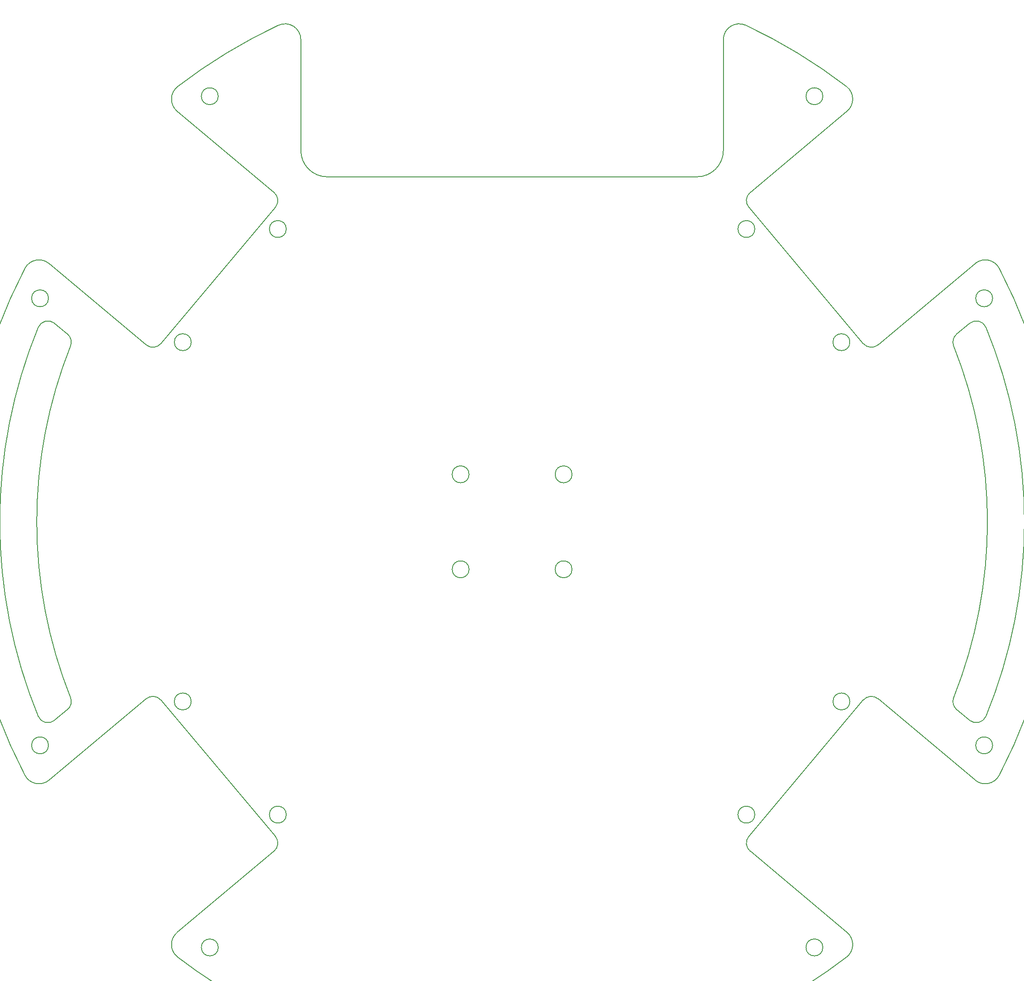
<source format=gm1>
G04 #@! TF.GenerationSoftware,KiCad,Pcbnew,7.0.9*
G04 #@! TF.CreationDate,2024-02-22T22:24:09+08:00*
G04 #@! TF.ProjectId,layer1,6c617965-7231-42e6-9b69-6361645f7063,1.1*
G04 #@! TF.SameCoordinates,Original*
G04 #@! TF.FileFunction,Profile,NP*
%FSLAX46Y46*%
G04 Gerber Fmt 4.6, Leading zero omitted, Abs format (unit mm)*
G04 Created by KiCad (PCBNEW 7.0.9) date 2024-02-22 22:24:09*
%MOMM*%
%LPD*%
G01*
G04 APERTURE LIST*
G04 #@! TA.AperFunction,Profile*
%ADD10C,0.200000*%
G04 #@! TD*
G04 APERTURE END LIST*
D10*
X214731451Y-161841098D02*
G75*
G03*
X214731451Y-88158902I-89731451J36841098D01*
G01*
X170070846Y-62575448D02*
X188422531Y-47176555D01*
X191484989Y-91207277D02*
X169824332Y-65393112D01*
X215980513Y-167363974D02*
G75*
G03*
X215980513Y-167363974I-1600000J0D01*
G01*
X208607331Y-158313875D02*
G75*
G03*
X208607331Y-91686125I-83607331J33313875D01*
G01*
X209179697Y-89413730D02*
G75*
G03*
X208607332Y-91686125I1285503J-1532070D01*
G01*
X116850000Y-116000000D02*
G75*
G03*
X116850000Y-116000000I-1600000J0D01*
G01*
X211595722Y-162613602D02*
G75*
G03*
X214731451Y-161841098I1285578J1532102D01*
G01*
X136350000Y-134000000D02*
G75*
G03*
X136350000Y-134000000I-1600000J0D01*
G01*
X212654339Y-76054899D02*
X194302653Y-91453791D01*
X35268549Y-88158902D02*
G75*
G03*
X35268549Y-161841098I89731451J-36841098D01*
G01*
X61679272Y-207501427D02*
G75*
G03*
X188320728Y-207501427I63320728J82501428D01*
G01*
X85000000Y-54610723D02*
X85000000Y-33610723D01*
X136350000Y-116000000D02*
G75*
G03*
X136350000Y-116000000I-1600000J0D01*
G01*
X69358867Y-44333804D02*
G75*
G03*
X69358867Y-44333804I-1600000J0D01*
G01*
X160000000Y-59610723D02*
X90000000Y-59610723D01*
X188320748Y-207501453D02*
G75*
G03*
X188422531Y-202823445I-1826548J2379853D01*
G01*
X188320727Y-42498574D02*
G75*
G03*
X169277228Y-30896191I-63320727J-82501426D01*
G01*
X40820304Y-89413728D02*
X38404256Y-87386424D01*
X64244446Y-90953180D02*
G75*
G03*
X64244446Y-90953180I-1600000J0D01*
G01*
X64244446Y-159046820D02*
G75*
G03*
X64244446Y-159046820I-1600000J0D01*
G01*
X80175668Y-65393112D02*
X58515011Y-91207277D01*
X32756437Y-173032515D02*
G75*
G03*
X37345661Y-173945101I2660863J1385515D01*
G01*
X215980513Y-82636026D02*
G75*
G03*
X215980513Y-82636026I-1600000J0D01*
G01*
X32756426Y-76967479D02*
G75*
G03*
X32756426Y-173032521I92243574J-48032521D01*
G01*
X58514996Y-158792735D02*
G75*
G03*
X55697348Y-158546210I-1532096J-1285665D01*
G01*
X58515011Y-158792723D02*
X80175668Y-184606888D01*
X209179696Y-160586272D02*
X211595744Y-162613576D01*
X38404256Y-162613576D02*
X40820304Y-160586272D01*
X169277237Y-30896171D02*
G75*
G03*
X165000000Y-33610723I-1277237J-2714529D01*
G01*
X61679272Y-42498573D02*
G75*
G03*
X61577469Y-47176555I1826488J-2379847D01*
G01*
X188422531Y-202823445D02*
X170070846Y-187424552D01*
X79929154Y-187424552D02*
X61577469Y-202823445D01*
X38404258Y-87386422D02*
G75*
G03*
X35268549Y-88158902I-1285588J-1532038D01*
G01*
X116850000Y-134000000D02*
G75*
G03*
X116850000Y-134000000I-1600000J0D01*
G01*
X82242499Y-69503935D02*
G75*
G03*
X82242499Y-69503935I-1600000J0D01*
G01*
X194302653Y-158546209D02*
X212654339Y-173945101D01*
X41392669Y-91686125D02*
G75*
G03*
X41392669Y-158313875I83607331J-33313875D01*
G01*
X183841133Y-44333804D02*
G75*
G03*
X183841133Y-44333804I-1600000J0D01*
G01*
X188955554Y-159046820D02*
G75*
G03*
X188955554Y-159046820I-1600000J0D01*
G01*
X35268581Y-161841084D02*
G75*
G03*
X38404256Y-162613575I1850119J759584D01*
G01*
X37345660Y-76054900D02*
G75*
G03*
X32756427Y-76967479I-1928370J-2298090D01*
G01*
X40820303Y-160586270D02*
G75*
G03*
X41392668Y-158313875I-1285503J1532070D01*
G01*
X37345661Y-173945101D02*
X55697347Y-158546209D01*
X61577469Y-47176555D02*
X79929154Y-62575448D01*
X170957501Y-69503935D02*
G75*
G03*
X170957501Y-69503935I-1600000J0D01*
G01*
X188955554Y-90953180D02*
G75*
G03*
X188955554Y-90953180I-1600000J0D01*
G01*
X80175666Y-65393110D02*
G75*
G03*
X79929154Y-62575448I-1532146J1285570D01*
G01*
X84999979Y-33610723D02*
G75*
G03*
X80722772Y-30896190I-2999979J23D01*
G01*
X217243574Y-173032521D02*
G75*
G03*
X217243574Y-76967479I-92243574J48032521D01*
G01*
X55697347Y-91453791D02*
X37345661Y-76054899D01*
X160000000Y-59610700D02*
G75*
G03*
X165000000Y-54610723I0J5000000D01*
G01*
X169824332Y-184606888D02*
X191484989Y-158792723D01*
X41392617Y-91686104D02*
G75*
G03*
X40820303Y-89413729I-1858017J740304D01*
G01*
X55697320Y-91453823D02*
G75*
G03*
X58515010Y-91207276I1285580J1532023D01*
G01*
X188422510Y-47176530D02*
G75*
G03*
X188320728Y-42498573I-1928310J2298130D01*
G01*
X165000000Y-33610723D02*
X165000000Y-54610723D01*
X183841133Y-205666196D02*
G75*
G03*
X183841133Y-205666196I-1600000J0D01*
G01*
X82242499Y-180496065D02*
G75*
G03*
X82242499Y-180496065I-1600000J0D01*
G01*
X214731419Y-88158916D02*
G75*
G03*
X211595744Y-87386425I-1850119J-759584D01*
G01*
X61577471Y-202823448D02*
G75*
G03*
X61679272Y-207501426I1928369J-2298132D01*
G01*
X80722772Y-30896190D02*
G75*
G03*
X61679272Y-42498573I44277228J-94103810D01*
G01*
X212654331Y-173945110D02*
G75*
G03*
X217243574Y-173032521I1928369J2298110D01*
G01*
X37219487Y-167363974D02*
G75*
G03*
X37219487Y-167363974I-1600000J0D01*
G01*
X37219487Y-82636026D02*
G75*
G03*
X37219487Y-82636026I-1600000J0D01*
G01*
X211595744Y-87386424D02*
X209179696Y-89413728D01*
X217243563Y-76967485D02*
G75*
G03*
X212654339Y-76054899I-2660863J-1385515D01*
G01*
X79929151Y-187424549D02*
G75*
G03*
X80175668Y-184606888I-1285461J1532079D01*
G01*
X169824370Y-184606920D02*
G75*
G03*
X170070846Y-187424552I1532030J-1285580D01*
G01*
X170957501Y-180496065D02*
G75*
G03*
X170957501Y-180496065I-1600000J0D01*
G01*
X84999977Y-54610723D02*
G75*
G03*
X90000000Y-59610723I5000023J23D01*
G01*
X194302680Y-158546177D02*
G75*
G03*
X191484990Y-158792724I-1285580J-1532023D01*
G01*
X170070815Y-62575411D02*
G75*
G03*
X169824332Y-65393112I1285585J-1532089D01*
G01*
X69358867Y-205666196D02*
G75*
G03*
X69358867Y-205666196I-1600000J0D01*
G01*
X208607357Y-158313885D02*
G75*
G03*
X209179696Y-160586272I1857943J-740315D01*
G01*
X191485004Y-91207265D02*
G75*
G03*
X194302652Y-91453790I1532096J1285665D01*
G01*
M02*

</source>
